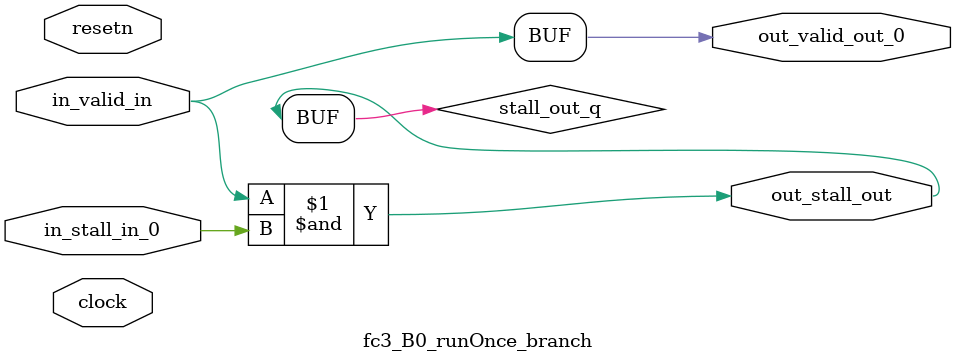
<source format=sv>



(* altera_attribute = "-name AUTO_SHIFT_REGISTER_RECOGNITION OFF; -name MESSAGE_DISABLE 10036; -name MESSAGE_DISABLE 10037; -name MESSAGE_DISABLE 14130; -name MESSAGE_DISABLE 14320; -name MESSAGE_DISABLE 15400; -name MESSAGE_DISABLE 14130; -name MESSAGE_DISABLE 10036; -name MESSAGE_DISABLE 12020; -name MESSAGE_DISABLE 12030; -name MESSAGE_DISABLE 12010; -name MESSAGE_DISABLE 12110; -name MESSAGE_DISABLE 14320; -name MESSAGE_DISABLE 13410; -name MESSAGE_DISABLE 113007; -name MESSAGE_DISABLE 10958" *)
module fc3_B0_runOnce_branch (
    input wire [0:0] in_stall_in_0,
    input wire [0:0] in_valid_in,
    output wire [0:0] out_stall_out,
    output wire [0:0] out_valid_out_0,
    input wire clock,
    input wire resetn
    );

    wire [0:0] stall_out_q;


    // stall_out(LOGICAL,6)
    assign stall_out_q = in_valid_in & in_stall_in_0;

    // out_stall_out(GPOUT,4)
    assign out_stall_out = stall_out_q;

    // out_valid_out_0(GPOUT,5)
    assign out_valid_out_0 = in_valid_in;

endmodule

</source>
